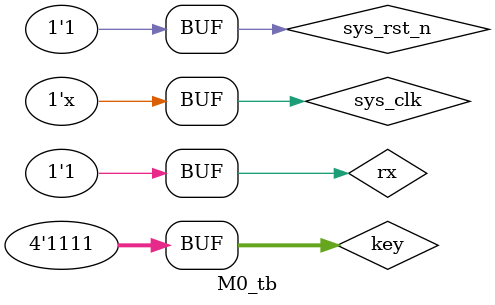
<source format=sv>
`timescale 1ps / 1ps
`include "/home/ICer/my_ic/project/wild_fire/src/rtl/000.my_m0_0macro/vcs_define_macro.v"
module M0_tb();
    reg                     sys_clk;
    reg                     sys_rst_n;
    reg     [3:0]           key;
    wire    [7:0]           led;
    wire    [6:0]   		seg ;
    wire 	[7:0]   		an;
    wire    				dp;
    reg                     rx;
    wire                    tx;
    wire                    eth_mdc;
    wire                    eth_mdio;



    `ifdef K7BOARD
        AHBLITE_SYS AHBLITE_SYS_U1(
            .sys_clk(sys_clk),
            .sys_rst_n(sys_rst_n),
            .key(key),
            .led(led),
            .eth_mdc(eth_mdc),
            .eth_mdio(eth_mdio),
            .rx(rx),
            .tx(tx)
        );
    `else
        AHBLITE_SYS AHBLITE_SYS_U1(
        .sys_clk(sys_clk),
        .sys_rst_n(sys_rst_n),
        .key(key),
        .led(led),
        .seg(seg),
        .an(an),
        .dp(dp),
        .eth_mdc(eth_mdc),
        .eth_mdio(eth_mdio),
        .rx(rx),
        .tx(tx)
        );
    `endif 

    `ifdef BTN_NVIC_TEST
        initial begin
            repeat (10) begin
                #1000 key = 4'b1110;
                #600  key = 4'b1111;
                #1000 key = 4'b1111;
                #600  key = 4'b1110;
                #1000 key = 4'b1110;
                #600  key = 4'b1111;
            end 
        end
    `endif

    `ifdef UART_TEST
        initial begin
            #80000
            repeat (1) begin
                #2050 rx = 1'b1;
                #1000 rx = 1'b0;

                #1000 rx = 1'b1;
                #1000 rx = 1'b1;
                #1000 rx = 1'b0;
                #1000 rx = 1'b0;

                #1000 rx = 1'b1;
                #1000 rx = 1'b1;
                #1000 rx = 1'b0;
                #1000 rx = 1'b1;

                #1000 rx = 1'b1;
                #1000 rx = 1'b1;
                #1000 rx = 1'b1;
                
            end
        end
    `endif

        	


    always  #10 sys_clk = ~sys_clk;
    initial begin
        sys_clk = 0;
        sys_rst_n = 0;
        key = 4'b1111;
        rx = 1'b1;
        # 100;
        sys_rst_n = 1;
    end

    always # 100000 $display("simulation have done %d us",$time/1000);

    `ifndef K325T
        fsdb #(.finishtime(100000)) fsdb_u();
    `endif

endmodule

</source>
